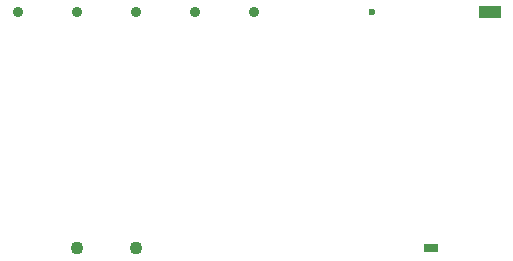
<source format=gbr>
G04 #@! TF.GenerationSoftware,KiCad,7.0*
G04 #@! TF.CreationDate,2025-02-21*
G04 #@! TF.ProjectId,gerbelview-sample*
%TF.FileFunction,Soldermask,Bot*%
%TF.FilePolarity,Negative*%
%FSLAX46Y46*%
%MOMM*%
%ADD10C,0.900000*%
%ADD11C,1.100000*%
%ADD12C,0.600000*%
%ADD13R,1.300000X0.700000*%
%ADD14R,1.900000X1.100000*%
G01*
G04 Layer: B.Mask (Back Solder Mask)*
G04 Pad openings - matches B_Cu with mask expansion*
D10*
X0Y0D02*
X5000000Y25000000D03*
X10000000Y25000000D03*
X15000000Y25000000D03*
X20000000Y25000000D03*
X25000000Y25000000D03*
D11*
X10000000Y5000000D03*
X15000000Y5000000D03*
D12*
X35000000Y25000000D03*
D13*
X40000000Y5000000D03*
D14*
X45000000Y25000000D03*
M02*

</source>
